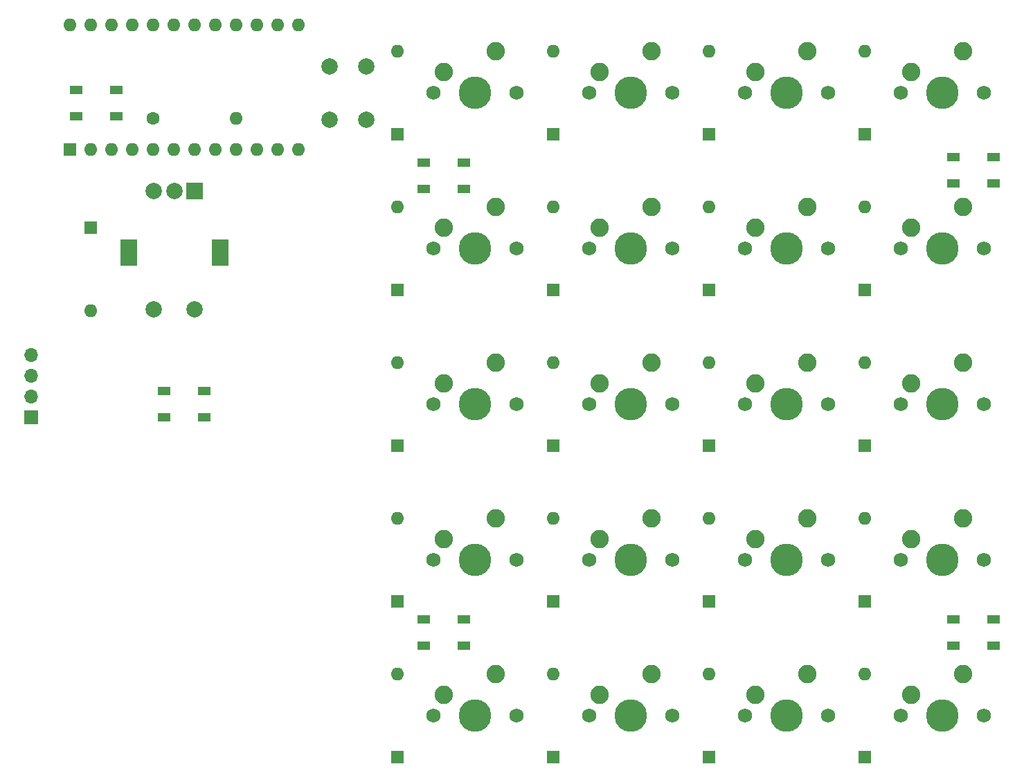
<source format=gbs>
G04 #@! TF.GenerationSoftware,KiCad,Pcbnew,(5.1.10)-1*
G04 #@! TF.CreationDate,2021-09-15T11:37:00+02:00*
G04 #@! TF.ProjectId,SheepyPad,53686565-7079-4506-9164-2e6b69636164,rev?*
G04 #@! TF.SameCoordinates,Original*
G04 #@! TF.FileFunction,Soldermask,Bot*
G04 #@! TF.FilePolarity,Negative*
%FSLAX46Y46*%
G04 Gerber Fmt 4.6, Leading zero omitted, Abs format (unit mm)*
G04 Created by KiCad (PCBNEW (5.1.10)-1) date 2021-09-15 11:37:00*
%MOMM*%
%LPD*%
G01*
G04 APERTURE LIST*
%ADD10R,1.500000X1.000000*%
%ADD11O,1.600000X1.600000*%
%ADD12R,1.600000X1.600000*%
%ADD13O,1.700000X1.700000*%
%ADD14R,1.700000X1.700000*%
%ADD15C,2.000000*%
%ADD16C,1.600000*%
%ADD17C,2.250000*%
%ADD18C,3.987800*%
%ADD19C,1.750000*%
%ADD20R,2.000000X2.000000*%
%ADD21R,2.000000X3.200000*%
G04 APERTURE END LIST*
D10*
X109945000Y-67005000D03*
X109945000Y-63805000D03*
X114845000Y-67005000D03*
X114845000Y-63805000D03*
X114845000Y-119685000D03*
X114845000Y-122885000D03*
X109945000Y-119685000D03*
X109945000Y-122885000D03*
X174715000Y-66370000D03*
X174715000Y-63170000D03*
X179615000Y-66370000D03*
X179615000Y-63170000D03*
X83095000Y-91745000D03*
X83095000Y-94945000D03*
X78195000Y-91745000D03*
X78195000Y-94945000D03*
X179615000Y-119685000D03*
X179615000Y-122885000D03*
X174715000Y-119685000D03*
X174715000Y-122885000D03*
X67400000Y-58115000D03*
X67400000Y-54915000D03*
X72300000Y-58115000D03*
X72300000Y-54915000D03*
D11*
X94615000Y-62230000D03*
X92075000Y-62230000D03*
X89535000Y-62230000D03*
X66675000Y-46990000D03*
X86995000Y-62230000D03*
X69215000Y-46990000D03*
X84455000Y-62230000D03*
X71755000Y-46990000D03*
X81915000Y-62230000D03*
X74295000Y-46990000D03*
X79375000Y-62230000D03*
X76835000Y-46990000D03*
X76835000Y-62230000D03*
X79375000Y-46990000D03*
X74295000Y-62230000D03*
X81915000Y-46990000D03*
X71755000Y-62230000D03*
X84455000Y-46990000D03*
X69215000Y-62230000D03*
X86995000Y-46990000D03*
D12*
X66675000Y-62230000D03*
D11*
X89535000Y-46990000D03*
X92075000Y-46990000D03*
X94615000Y-46990000D03*
D13*
X61925000Y-87345000D03*
X61925000Y-89885000D03*
X61925000Y-92425000D03*
D14*
X61925000Y-94965000D03*
D15*
X102870000Y-58570000D03*
X98370000Y-58570000D03*
X102870000Y-52070000D03*
X98370000Y-52070000D03*
D11*
X86995000Y-58420000D03*
D16*
X76835000Y-58420000D03*
D11*
X69215000Y-81915000D03*
D12*
X69215000Y-71755000D03*
D17*
X118745000Y-50165000D03*
D18*
X116205000Y-55245000D03*
D17*
X112395000Y-52705000D03*
D19*
X111125000Y-55245000D03*
X121285000Y-55245000D03*
D17*
X118745000Y-107315000D03*
D18*
X116205000Y-112395000D03*
D17*
X112395000Y-109855000D03*
D19*
X111125000Y-112395000D03*
X121285000Y-112395000D03*
D11*
X144780000Y-69215000D03*
D12*
X144780000Y-79375000D03*
D20*
X81915000Y-67310000D03*
D15*
X79415000Y-67310000D03*
X76915000Y-67310000D03*
D21*
X85015000Y-74810000D03*
X73815000Y-74810000D03*
D15*
X81915000Y-81810000D03*
X76915000Y-81810000D03*
D17*
X175895000Y-126365000D03*
D18*
X173355000Y-131445000D03*
D17*
X169545000Y-128905000D03*
D19*
X168275000Y-131445000D03*
X178435000Y-131445000D03*
D17*
X175895000Y-107315000D03*
D18*
X173355000Y-112395000D03*
D17*
X169545000Y-109855000D03*
D19*
X168275000Y-112395000D03*
X178435000Y-112395000D03*
D17*
X175895000Y-88265000D03*
D18*
X173355000Y-93345000D03*
D17*
X169545000Y-90805000D03*
D19*
X168275000Y-93345000D03*
X178435000Y-93345000D03*
D17*
X175895000Y-69215000D03*
D18*
X173355000Y-74295000D03*
D17*
X169545000Y-71755000D03*
D19*
X168275000Y-74295000D03*
X178435000Y-74295000D03*
D17*
X175895000Y-50165000D03*
D18*
X173355000Y-55245000D03*
D17*
X169545000Y-52705000D03*
D19*
X168275000Y-55245000D03*
X178435000Y-55245000D03*
D17*
X156845000Y-126365000D03*
D18*
X154305000Y-131445000D03*
D17*
X150495000Y-128905000D03*
D19*
X149225000Y-131445000D03*
X159385000Y-131445000D03*
D17*
X156845000Y-107315000D03*
D18*
X154305000Y-112395000D03*
D17*
X150495000Y-109855000D03*
D19*
X149225000Y-112395000D03*
X159385000Y-112395000D03*
D17*
X156845000Y-88265000D03*
D18*
X154305000Y-93345000D03*
D17*
X150495000Y-90805000D03*
D19*
X149225000Y-93345000D03*
X159385000Y-93345000D03*
D17*
X156845000Y-69215000D03*
D18*
X154305000Y-74295000D03*
D17*
X150495000Y-71755000D03*
D19*
X149225000Y-74295000D03*
X159385000Y-74295000D03*
D17*
X156845000Y-50165000D03*
D18*
X154305000Y-55245000D03*
D17*
X150495000Y-52705000D03*
D19*
X149225000Y-55245000D03*
X159385000Y-55245000D03*
D17*
X137795000Y-126365000D03*
D18*
X135255000Y-131445000D03*
D17*
X131445000Y-128905000D03*
D19*
X130175000Y-131445000D03*
X140335000Y-131445000D03*
D17*
X137795000Y-107315000D03*
D18*
X135255000Y-112395000D03*
D17*
X131445000Y-109855000D03*
D19*
X130175000Y-112395000D03*
X140335000Y-112395000D03*
D17*
X137795000Y-88265000D03*
D18*
X135255000Y-93345000D03*
D17*
X131445000Y-90805000D03*
D19*
X130175000Y-93345000D03*
X140335000Y-93345000D03*
D17*
X137795000Y-69215000D03*
D18*
X135255000Y-74295000D03*
D17*
X131445000Y-71755000D03*
D19*
X130175000Y-74295000D03*
X140335000Y-74295000D03*
D17*
X137795000Y-50165000D03*
D18*
X135255000Y-55245000D03*
D17*
X131445000Y-52705000D03*
D19*
X130175000Y-55245000D03*
X140335000Y-55245000D03*
D17*
X118745000Y-126365000D03*
D18*
X116205000Y-131445000D03*
D17*
X112395000Y-128905000D03*
D19*
X111125000Y-131445000D03*
X121285000Y-131445000D03*
D17*
X118745000Y-88265000D03*
D18*
X116205000Y-93345000D03*
D17*
X112395000Y-90805000D03*
D19*
X111125000Y-93345000D03*
X121285000Y-93345000D03*
D17*
X118745000Y-69215000D03*
D18*
X116205000Y-74295000D03*
D17*
X112395000Y-71755000D03*
D19*
X111125000Y-74295000D03*
X121285000Y-74295000D03*
D11*
X163830000Y-126365000D03*
D12*
X163830000Y-136525000D03*
D11*
X163830000Y-107315000D03*
D12*
X163830000Y-117475000D03*
D11*
X163830000Y-88265000D03*
D12*
X163830000Y-98425000D03*
D11*
X163830000Y-69215000D03*
D12*
X163830000Y-79375000D03*
D11*
X163830000Y-50165000D03*
D12*
X163830000Y-60325000D03*
D11*
X144780000Y-126365000D03*
D12*
X144780000Y-136525000D03*
D11*
X144780000Y-107315000D03*
D12*
X144780000Y-117475000D03*
D11*
X144780000Y-88265000D03*
D12*
X144780000Y-98425000D03*
D11*
X144780000Y-50165000D03*
D12*
X144780000Y-60325000D03*
D11*
X125730000Y-126365000D03*
D12*
X125730000Y-136525000D03*
D11*
X125730000Y-107315000D03*
D12*
X125730000Y-117475000D03*
D11*
X125730000Y-88265000D03*
D12*
X125730000Y-98425000D03*
D11*
X125730000Y-69215000D03*
D12*
X125730000Y-79375000D03*
D11*
X125730000Y-50165000D03*
D12*
X125730000Y-60325000D03*
D11*
X106680000Y-126365000D03*
D12*
X106680000Y-136525000D03*
D11*
X106680000Y-107315000D03*
D12*
X106680000Y-117475000D03*
D11*
X106680000Y-88265000D03*
D12*
X106680000Y-98425000D03*
D11*
X106680000Y-69215000D03*
D12*
X106680000Y-79375000D03*
D11*
X106680000Y-50165000D03*
D12*
X106680000Y-60325000D03*
M02*

</source>
